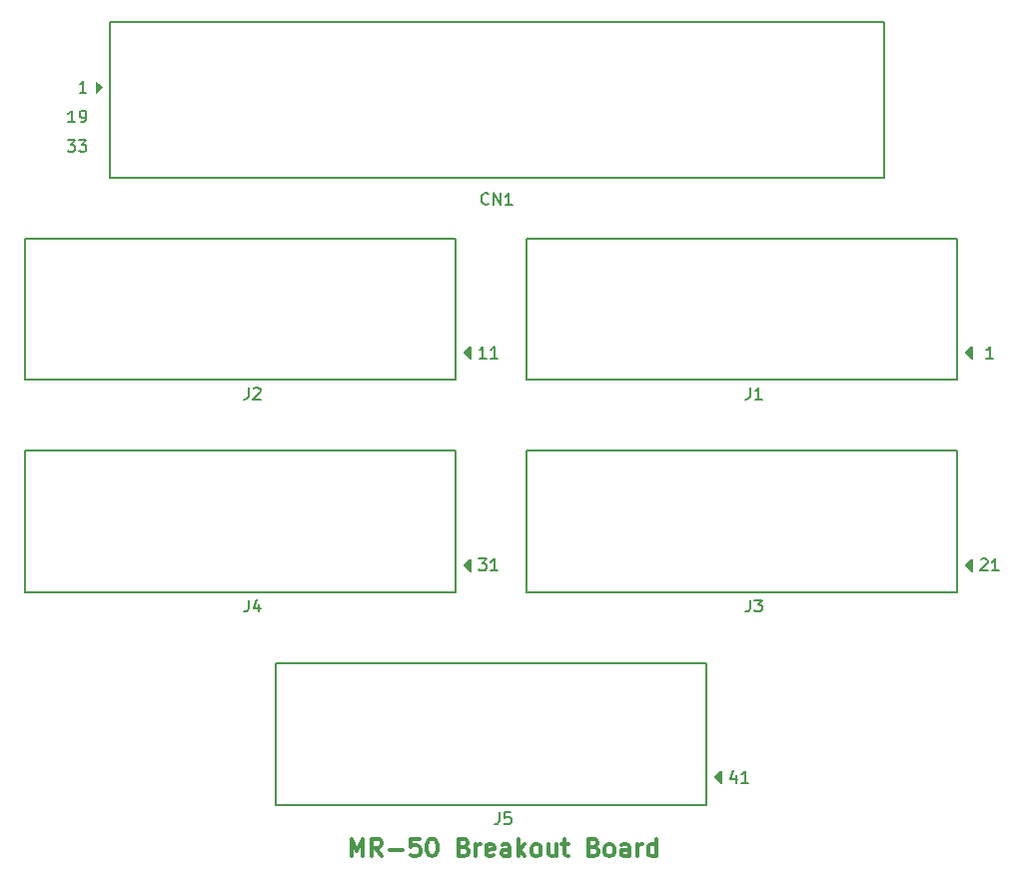
<source format=gbr>
%TF.GenerationSoftware,KiCad,Pcbnew,(6.0.4)*%
%TF.CreationDate,2022-05-02T02:18:10+10:00*%
%TF.ProjectId,mr-50-breakout,6d722d35-302d-4627-9265-616b6f75742e,rev?*%
%TF.SameCoordinates,Original*%
%TF.FileFunction,Legend,Top*%
%TF.FilePolarity,Positive*%
%FSLAX46Y46*%
G04 Gerber Fmt 4.6, Leading zero omitted, Abs format (unit mm)*
G04 Created by KiCad (PCBNEW (6.0.4)) date 2022-05-02 02:18:10*
%MOMM*%
%LPD*%
G01*
G04 APERTURE LIST*
%ADD10C,0.300000*%
%ADD11C,0.150000*%
%ADD12C,0.153000*%
%ADD13C,0.120000*%
G04 APERTURE END LIST*
D10*
X137671428Y-92678571D02*
X137671428Y-91178571D01*
X138171428Y-92250000D01*
X138671428Y-91178571D01*
X138671428Y-92678571D01*
X140242857Y-92678571D02*
X139742857Y-91964285D01*
X139385714Y-92678571D02*
X139385714Y-91178571D01*
X139957142Y-91178571D01*
X140100000Y-91250000D01*
X140171428Y-91321428D01*
X140242857Y-91464285D01*
X140242857Y-91678571D01*
X140171428Y-91821428D01*
X140100000Y-91892857D01*
X139957142Y-91964285D01*
X139385714Y-91964285D01*
X140885714Y-92107142D02*
X142028571Y-92107142D01*
X143457142Y-91178571D02*
X142742857Y-91178571D01*
X142671428Y-91892857D01*
X142742857Y-91821428D01*
X142885714Y-91750000D01*
X143242857Y-91750000D01*
X143385714Y-91821428D01*
X143457142Y-91892857D01*
X143528571Y-92035714D01*
X143528571Y-92392857D01*
X143457142Y-92535714D01*
X143385714Y-92607142D01*
X143242857Y-92678571D01*
X142885714Y-92678571D01*
X142742857Y-92607142D01*
X142671428Y-92535714D01*
X144457142Y-91178571D02*
X144600000Y-91178571D01*
X144742857Y-91250000D01*
X144814285Y-91321428D01*
X144885714Y-91464285D01*
X144957142Y-91750000D01*
X144957142Y-92107142D01*
X144885714Y-92392857D01*
X144814285Y-92535714D01*
X144742857Y-92607142D01*
X144600000Y-92678571D01*
X144457142Y-92678571D01*
X144314285Y-92607142D01*
X144242857Y-92535714D01*
X144171428Y-92392857D01*
X144100000Y-92107142D01*
X144100000Y-91750000D01*
X144171428Y-91464285D01*
X144242857Y-91321428D01*
X144314285Y-91250000D01*
X144457142Y-91178571D01*
X147242857Y-91892857D02*
X147457142Y-91964285D01*
X147528571Y-92035714D01*
X147600000Y-92178571D01*
X147600000Y-92392857D01*
X147528571Y-92535714D01*
X147457142Y-92607142D01*
X147314285Y-92678571D01*
X146742857Y-92678571D01*
X146742857Y-91178571D01*
X147242857Y-91178571D01*
X147385714Y-91250000D01*
X147457142Y-91321428D01*
X147528571Y-91464285D01*
X147528571Y-91607142D01*
X147457142Y-91750000D01*
X147385714Y-91821428D01*
X147242857Y-91892857D01*
X146742857Y-91892857D01*
X148242857Y-92678571D02*
X148242857Y-91678571D01*
X148242857Y-91964285D02*
X148314285Y-91821428D01*
X148385714Y-91750000D01*
X148528571Y-91678571D01*
X148671428Y-91678571D01*
X149742857Y-92607142D02*
X149600000Y-92678571D01*
X149314285Y-92678571D01*
X149171428Y-92607142D01*
X149100000Y-92464285D01*
X149100000Y-91892857D01*
X149171428Y-91750000D01*
X149314285Y-91678571D01*
X149600000Y-91678571D01*
X149742857Y-91750000D01*
X149814285Y-91892857D01*
X149814285Y-92035714D01*
X149100000Y-92178571D01*
X151100000Y-92678571D02*
X151100000Y-91892857D01*
X151028571Y-91750000D01*
X150885714Y-91678571D01*
X150600000Y-91678571D01*
X150457142Y-91750000D01*
X151100000Y-92607142D02*
X150957142Y-92678571D01*
X150600000Y-92678571D01*
X150457142Y-92607142D01*
X150385714Y-92464285D01*
X150385714Y-92321428D01*
X150457142Y-92178571D01*
X150600000Y-92107142D01*
X150957142Y-92107142D01*
X151100000Y-92035714D01*
X151814285Y-92678571D02*
X151814285Y-91178571D01*
X151957142Y-92107142D02*
X152385714Y-92678571D01*
X152385714Y-91678571D02*
X151814285Y-92250000D01*
X153242857Y-92678571D02*
X153100000Y-92607142D01*
X153028571Y-92535714D01*
X152957142Y-92392857D01*
X152957142Y-91964285D01*
X153028571Y-91821428D01*
X153100000Y-91750000D01*
X153242857Y-91678571D01*
X153457142Y-91678571D01*
X153600000Y-91750000D01*
X153671428Y-91821428D01*
X153742857Y-91964285D01*
X153742857Y-92392857D01*
X153671428Y-92535714D01*
X153600000Y-92607142D01*
X153457142Y-92678571D01*
X153242857Y-92678571D01*
X155028571Y-91678571D02*
X155028571Y-92678571D01*
X154385714Y-91678571D02*
X154385714Y-92464285D01*
X154457142Y-92607142D01*
X154600000Y-92678571D01*
X154814285Y-92678571D01*
X154957142Y-92607142D01*
X155028571Y-92535714D01*
X155528571Y-91678571D02*
X156100000Y-91678571D01*
X155742857Y-91178571D02*
X155742857Y-92464285D01*
X155814285Y-92607142D01*
X155957142Y-92678571D01*
X156100000Y-92678571D01*
X158242857Y-91892857D02*
X158457142Y-91964285D01*
X158528571Y-92035714D01*
X158600000Y-92178571D01*
X158600000Y-92392857D01*
X158528571Y-92535714D01*
X158457142Y-92607142D01*
X158314285Y-92678571D01*
X157742857Y-92678571D01*
X157742857Y-91178571D01*
X158242857Y-91178571D01*
X158385714Y-91250000D01*
X158457142Y-91321428D01*
X158528571Y-91464285D01*
X158528571Y-91607142D01*
X158457142Y-91750000D01*
X158385714Y-91821428D01*
X158242857Y-91892857D01*
X157742857Y-91892857D01*
X159457142Y-92678571D02*
X159314285Y-92607142D01*
X159242857Y-92535714D01*
X159171428Y-92392857D01*
X159171428Y-91964285D01*
X159242857Y-91821428D01*
X159314285Y-91750000D01*
X159457142Y-91678571D01*
X159671428Y-91678571D01*
X159814285Y-91750000D01*
X159885714Y-91821428D01*
X159957142Y-91964285D01*
X159957142Y-92392857D01*
X159885714Y-92535714D01*
X159814285Y-92607142D01*
X159671428Y-92678571D01*
X159457142Y-92678571D01*
X161242857Y-92678571D02*
X161242857Y-91892857D01*
X161171428Y-91750000D01*
X161028571Y-91678571D01*
X160742857Y-91678571D01*
X160600000Y-91750000D01*
X161242857Y-92607142D02*
X161100000Y-92678571D01*
X160742857Y-92678571D01*
X160600000Y-92607142D01*
X160528571Y-92464285D01*
X160528571Y-92321428D01*
X160600000Y-92178571D01*
X160742857Y-92107142D01*
X161100000Y-92107142D01*
X161242857Y-92035714D01*
X161957142Y-92678571D02*
X161957142Y-91678571D01*
X161957142Y-91964285D02*
X162028571Y-91821428D01*
X162100000Y-91750000D01*
X162242857Y-91678571D01*
X162385714Y-91678571D01*
X163528571Y-92678571D02*
X163528571Y-91178571D01*
X163528571Y-92607142D02*
X163385714Y-92678571D01*
X163100000Y-92678571D01*
X162957142Y-92607142D01*
X162885714Y-92535714D01*
X162814285Y-92392857D01*
X162814285Y-91964285D01*
X162885714Y-91821428D01*
X162957142Y-91750000D01*
X163100000Y-91678571D01*
X163385714Y-91678571D01*
X163528571Y-91750000D01*
D11*
%TO.C,J5*%
X150216666Y-88952380D02*
X150216666Y-89666666D01*
X150169047Y-89809523D01*
X150073809Y-89904761D01*
X149930952Y-89952380D01*
X149835714Y-89952380D01*
X151169047Y-88952380D02*
X150692857Y-88952380D01*
X150645238Y-89428571D01*
X150692857Y-89380952D01*
X150788095Y-89333333D01*
X151026190Y-89333333D01*
X151121428Y-89380952D01*
X151169047Y-89428571D01*
X151216666Y-89523809D01*
X151216666Y-89761904D01*
X151169047Y-89857142D01*
X151121428Y-89904761D01*
X151026190Y-89952380D01*
X150788095Y-89952380D01*
X150692857Y-89904761D01*
X150645238Y-89857142D01*
D12*
X170264285Y-85785714D02*
X170264285Y-86452380D01*
X170026190Y-85404761D02*
X169788095Y-86119047D01*
X170407142Y-86119047D01*
X171311904Y-86452380D02*
X170740476Y-86452380D01*
X171026190Y-86452380D02*
X171026190Y-85452380D01*
X170930952Y-85595238D01*
X170835714Y-85690476D01*
X170740476Y-85738095D01*
D11*
%TO.C,J4*%
X128966666Y-70952380D02*
X128966666Y-71666666D01*
X128919047Y-71809523D01*
X128823809Y-71904761D01*
X128680952Y-71952380D01*
X128585714Y-71952380D01*
X129871428Y-71285714D02*
X129871428Y-71952380D01*
X129633333Y-70904761D02*
X129395238Y-71619047D01*
X130014285Y-71619047D01*
D12*
X148490476Y-67452380D02*
X149109523Y-67452380D01*
X148776190Y-67833333D01*
X148919047Y-67833333D01*
X149014285Y-67880952D01*
X149061904Y-67928571D01*
X149109523Y-68023809D01*
X149109523Y-68261904D01*
X149061904Y-68357142D01*
X149014285Y-68404761D01*
X148919047Y-68452380D01*
X148633333Y-68452380D01*
X148538095Y-68404761D01*
X148490476Y-68357142D01*
X150061904Y-68452380D02*
X149490476Y-68452380D01*
X149776190Y-68452380D02*
X149776190Y-67452380D01*
X149680952Y-67595238D01*
X149585714Y-67690476D01*
X149490476Y-67738095D01*
D11*
%TO.C,J3*%
X171466666Y-70952380D02*
X171466666Y-71666666D01*
X171419047Y-71809523D01*
X171323809Y-71904761D01*
X171180952Y-71952380D01*
X171085714Y-71952380D01*
X171847619Y-70952380D02*
X172466666Y-70952380D01*
X172133333Y-71333333D01*
X172276190Y-71333333D01*
X172371428Y-71380952D01*
X172419047Y-71428571D01*
X172466666Y-71523809D01*
X172466666Y-71761904D01*
X172419047Y-71857142D01*
X172371428Y-71904761D01*
X172276190Y-71952380D01*
X171990476Y-71952380D01*
X171895238Y-71904761D01*
X171847619Y-71857142D01*
D12*
X191038095Y-67547619D02*
X191085714Y-67500000D01*
X191180952Y-67452380D01*
X191419047Y-67452380D01*
X191514285Y-67500000D01*
X191561904Y-67547619D01*
X191609523Y-67642857D01*
X191609523Y-67738095D01*
X191561904Y-67880952D01*
X190990476Y-68452380D01*
X191609523Y-68452380D01*
X192561904Y-68452380D02*
X191990476Y-68452380D01*
X192276190Y-68452380D02*
X192276190Y-67452380D01*
X192180952Y-67595238D01*
X192085714Y-67690476D01*
X191990476Y-67738095D01*
D11*
%TO.C,J2*%
X128966666Y-52952380D02*
X128966666Y-53666666D01*
X128919047Y-53809523D01*
X128823809Y-53904761D01*
X128680952Y-53952380D01*
X128585714Y-53952380D01*
X129395238Y-53047619D02*
X129442857Y-53000000D01*
X129538095Y-52952380D01*
X129776190Y-52952380D01*
X129871428Y-53000000D01*
X129919047Y-53047619D01*
X129966666Y-53142857D01*
X129966666Y-53238095D01*
X129919047Y-53380952D01*
X129347619Y-53952380D01*
X129966666Y-53952380D01*
D12*
X149109523Y-50452380D02*
X148538095Y-50452380D01*
X148823809Y-50452380D02*
X148823809Y-49452380D01*
X148728571Y-49595238D01*
X148633333Y-49690476D01*
X148538095Y-49738095D01*
X150061904Y-50452380D02*
X149490476Y-50452380D01*
X149776190Y-50452380D02*
X149776190Y-49452380D01*
X149680952Y-49595238D01*
X149585714Y-49690476D01*
X149490476Y-49738095D01*
D11*
%TO.C,J1*%
X171466666Y-52952380D02*
X171466666Y-53666666D01*
X171419047Y-53809523D01*
X171323809Y-53904761D01*
X171180952Y-53952380D01*
X171085714Y-53952380D01*
X172466666Y-53952380D02*
X171895238Y-53952380D01*
X172180952Y-53952380D02*
X172180952Y-52952380D01*
X172085714Y-53095238D01*
X171990476Y-53190476D01*
X171895238Y-53238095D01*
D12*
X192085714Y-50452380D02*
X191514285Y-50452380D01*
X191800000Y-50452380D02*
X191800000Y-49452380D01*
X191704761Y-49595238D01*
X191609523Y-49690476D01*
X191514285Y-49738095D01*
%TO.C,CN1*%
X149309523Y-37357142D02*
X149261904Y-37404761D01*
X149119047Y-37452380D01*
X149023809Y-37452380D01*
X148880952Y-37404761D01*
X148785714Y-37309523D01*
X148738095Y-37214285D01*
X148690476Y-37023809D01*
X148690476Y-36880952D01*
X148738095Y-36690476D01*
X148785714Y-36595238D01*
X148880952Y-36500000D01*
X149023809Y-36452380D01*
X149119047Y-36452380D01*
X149261904Y-36500000D01*
X149309523Y-36547619D01*
X149738095Y-37452380D02*
X149738095Y-36452380D01*
X150309523Y-37452380D01*
X150309523Y-36452380D01*
X151309523Y-37452380D02*
X150738095Y-37452380D01*
X151023809Y-37452380D02*
X151023809Y-36452380D01*
X150928571Y-36595238D01*
X150833333Y-36690476D01*
X150738095Y-36738095D01*
X114257692Y-30452380D02*
X113686264Y-30452380D01*
X113971978Y-30452380D02*
X113971978Y-29452380D01*
X113876740Y-29595238D01*
X113781502Y-29690476D01*
X113686264Y-29738095D01*
X114733883Y-30452380D02*
X114924359Y-30452380D01*
X115019597Y-30404761D01*
X115067216Y-30357142D01*
X115162454Y-30214285D01*
X115210073Y-30023809D01*
X115210073Y-29642857D01*
X115162454Y-29547619D01*
X115114835Y-29500000D01*
X115019597Y-29452380D01*
X114829121Y-29452380D01*
X114733883Y-29500000D01*
X114686264Y-29547619D01*
X114638645Y-29642857D01*
X114638645Y-29880952D01*
X114686264Y-29976190D01*
X114733883Y-30023809D01*
X114829121Y-30071428D01*
X115019597Y-30071428D01*
X115114835Y-30023809D01*
X115162454Y-29976190D01*
X115210073Y-29880952D01*
X115210073Y-27952380D02*
X114638645Y-27952380D01*
X114924359Y-27952380D02*
X114924359Y-26952380D01*
X114829121Y-27095238D01*
X114733883Y-27190476D01*
X114638645Y-27238095D01*
X113638645Y-31952380D02*
X114257692Y-31952380D01*
X113924359Y-32333333D01*
X114067216Y-32333333D01*
X114162454Y-32380952D01*
X114210073Y-32428571D01*
X114257692Y-32523809D01*
X114257692Y-32761904D01*
X114210073Y-32857142D01*
X114162454Y-32904761D01*
X114067216Y-32952380D01*
X113781502Y-32952380D01*
X113686264Y-32904761D01*
X113638645Y-32857142D01*
X114591026Y-31952380D02*
X115210073Y-31952380D01*
X114876740Y-32333333D01*
X115019597Y-32333333D01*
X115114835Y-32380952D01*
X115162454Y-32428571D01*
X115210073Y-32523809D01*
X115210073Y-32761904D01*
X115162454Y-32857142D01*
X115114835Y-32904761D01*
X115019597Y-32952380D01*
X114733883Y-32952380D01*
X114638645Y-32904761D01*
X114591026Y-32857142D01*
%TO.C,J5*%
X131300000Y-88300000D02*
X167800000Y-88300000D01*
X167800000Y-88300000D02*
X167800000Y-76300000D01*
X167800000Y-76300000D02*
X131300000Y-76300000D01*
X131300000Y-76300000D02*
X131300000Y-88300000D01*
G36*
X169050000Y-86500000D02*
G01*
X168550000Y-86000000D01*
X169050000Y-85500000D01*
X169050000Y-86500000D01*
G37*
X169050000Y-86500000D02*
X168550000Y-86000000D01*
X169050000Y-85500000D01*
X169050000Y-86500000D01*
%TO.C,J4*%
X110050000Y-70300000D02*
X146550000Y-70300000D01*
X146550000Y-70300000D02*
X146550000Y-58300000D01*
X146550000Y-58300000D02*
X110050000Y-58300000D01*
X110050000Y-58300000D02*
X110050000Y-70300000D01*
G36*
X147800000Y-68500000D02*
G01*
X147300000Y-68000000D01*
X147800000Y-67500000D01*
X147800000Y-68500000D01*
G37*
X147800000Y-68500000D02*
X147300000Y-68000000D01*
X147800000Y-67500000D01*
X147800000Y-68500000D01*
%TO.C,J3*%
X152550000Y-70300000D02*
X189050000Y-70300000D01*
X189050000Y-70300000D02*
X189050000Y-58300000D01*
X189050000Y-58300000D02*
X152550000Y-58300000D01*
X152550000Y-58300000D02*
X152550000Y-70300000D01*
G36*
X190300000Y-68500000D02*
G01*
X189800000Y-68000000D01*
X190300000Y-67500000D01*
X190300000Y-68500000D01*
G37*
X190300000Y-68500000D02*
X189800000Y-68000000D01*
X190300000Y-67500000D01*
X190300000Y-68500000D01*
%TO.C,J2*%
G36*
X147800000Y-50500000D02*
G01*
X147300000Y-50000000D01*
X147800000Y-49500000D01*
X147800000Y-50500000D01*
G37*
X147800000Y-50500000D02*
X147300000Y-50000000D01*
X147800000Y-49500000D01*
X147800000Y-50500000D01*
X110050000Y-40300000D02*
X110050000Y-52300000D01*
X146550000Y-40300000D02*
X110050000Y-40300000D01*
X146550000Y-52300000D02*
X146550000Y-40300000D01*
X110050000Y-52300000D02*
X146550000Y-52300000D01*
%TO.C,J1*%
X152550000Y-52300000D02*
X189050000Y-52300000D01*
X189050000Y-52300000D02*
X189050000Y-40300000D01*
X189050000Y-40300000D02*
X152550000Y-40300000D01*
X152550000Y-40300000D02*
X152550000Y-52300000D01*
G36*
X190300000Y-50500000D02*
G01*
X189800000Y-50000000D01*
X190300000Y-49500000D01*
X190300000Y-50500000D01*
G37*
X190300000Y-50500000D02*
X189800000Y-50000000D01*
X190300000Y-49500000D01*
X190300000Y-50500000D01*
%TO.C,CN1*%
X117200000Y-35160000D02*
X182800000Y-35160000D01*
X182800000Y-35160000D02*
X182800000Y-21960000D01*
X117200000Y-35160000D02*
X117200000Y-21960000D01*
X117200000Y-21960000D02*
X182800000Y-21960000D01*
G36*
X116500000Y-27500000D02*
G01*
X116000000Y-28000000D01*
X116000000Y-27000000D01*
X116500000Y-27500000D01*
G37*
D13*
X116500000Y-27500000D02*
X116000000Y-28000000D01*
X116000000Y-27000000D01*
X116500000Y-27500000D01*
%TD*%
M02*

</source>
